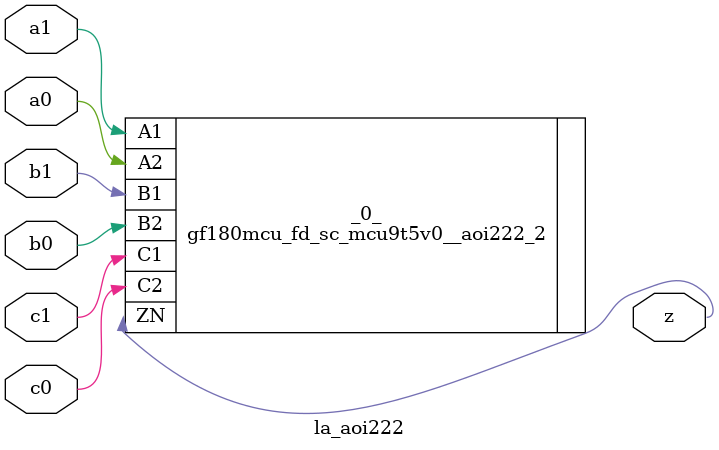
<source format=v>

/* Generated by Yosys 0.37 (git sha1 a5c7f69ed, clang 14.0.0-1ubuntu1.1 -fPIC -Os) */

module la_aoi222(a0, a1, b0, b1, c0, c1, z);
  input a0;
  wire a0;
  input a1;
  wire a1;
  input b0;
  wire b0;
  input b1;
  wire b1;
  input c0;
  wire c0;
  input c1;
  wire c1;
  output z;
  wire z;
  gf180mcu_fd_sc_mcu9t5v0__aoi222_2 _0_ (
    .A1(a1),
    .A2(a0),
    .B1(b1),
    .B2(b0),
    .C1(c1),
    .C2(c0),
    .ZN(z)
  );
endmodule

</source>
